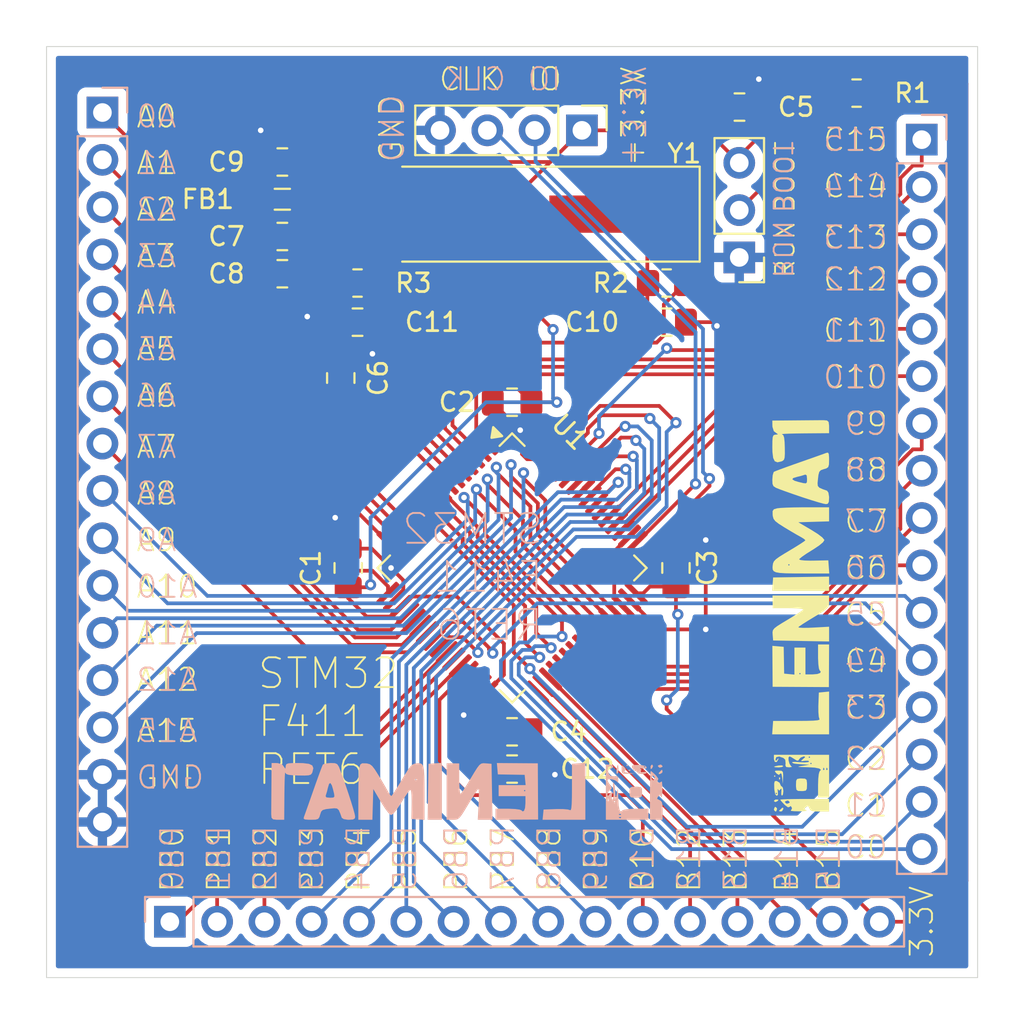
<source format=kicad_pcb>
(kicad_pcb (version 20240108) (generator "pcbnew") (generator_version "8.0")
  (layers (0 "F.Cu" signal) (31 "B.Cu" signal) (34 "B.Paste" user) (35 "F.Paste" user) (36 "B.SilkS" user "B.Silkscreen") (37 "F.SilkS" user "F.Silkscreen") (38 "B.Mask" user) (39 "F.Mask" user) (44 "Edge.Cuts" user))
  (net 0 "")
  (net 1 "GNDREF")
  (net 2 "+3.3V")
  (net 3 "/NRST")
  (net 4 "+3.3VA")
  (net 5 "Net-(C10-Pad1)")
  (net 6 "Net-(C11-Pad1)")
  (net 7 "/VCap")
  (net 8 "/BOOT0")
  (net 9 "/SWD_CLK")
  (net 10 "/SWD_IO")
  (net 11 "/BOOT0_MCU")
  (net 12 "/HSC_IN")
  (net 13 "/HSC_OUT")
  (net 15 "/PC9")
  (net 16 "/PC13")
  (net 17 "/PC1")
  (net 18 "/PC12")
  (net 19 "/PC10")
  (net 20 "/PC2")
  (net 21 "/PC3")
  (net 22 "/PC0")
  (net 23 "/PC11")
  (net 24 "/PC14")
  (net 25 "/PC5")
  (net 26 "/PC8")
  (net 27 "/PC15")
  (net 28 "/PC4")
  (net 29 "/PC7")
  (net 30 "/PC6")
  (net 31 "/PA6")
  (net 32 "/PA8")
  (net 33 "/PA3")
  (net 34 "/PA12")
  (net 35 "/PA7")
  (net 36 "/PA10")
  (net 37 "/PA2")
  (net 38 "/PA1")
  (net 39 "/PA15")
  (net 40 "/PA5")
  (net 41 "/PA11")
  (net 42 "/PA4")
  (net 43 "/PA9")
  (net 44 "/PA0")
  (net 45 "/PB15")
  (net 46 "/PB13")
  (net 47 "/PB2")
  (net 48 "/PB9")
  (net 49 "/PB10")
  (net 50 "/PB0")
  (net 51 "/PB8")
  (net 52 "/PB12")
  (net 53 "/PB3")
  (net 54 "/PB14")
  (net 55 "/PB1")
  (net 56 "/PB5")
  (net 57 "/PB6")
  (net 58 "/PB4")
  (net 59 "/PB7")
  (footprint "Capacitor_SMD:C_0805_2012Metric_Pad1.18x1.45mm_HandSolder" (layer "F.Cu") (at 83.8 78 -90)
    (property "Reference" "C3")
    (property "Value" "100nF")
  )
  (footprint "Capacitor_SMD:C_0805_2012Metric_Pad1.18x1.45mm_HandSolder" (layer "F.Cu") (at 66.7 64.8)
    (property "Reference" "C11")
    (property "Value" "10pF")
  )
  (footprint "Capacitor_SMD:C_0805_2012Metric_Pad1.18x1.45mm_HandSolder" (layer "F.Cu") (at 87.2125 53.25 180)
    (property "Reference" "C5")
    (property "Value" "10uF")
  )
  (footprint "Capacitor_SMD:C_0805_2012Metric_Pad1.18x1.45mm_HandSolder" (layer "F.Cu") (at 75 88.8)
    (property "Reference" "C12")
    (property "Value" "2.2uF")
  )
  (footprint "Crystal:Crystal_SMD_HC49-SD_HandSoldering" (layer "F.Cu") (at 75 59 180)
    (property "Reference" "Y1")
    (property "Value" "20MHZ")
  )
  (footprint "Connector_PinHeader_2.54mm:PinHeader_1x03_P2.54mm_Vertical" (layer "F.Cu") (at 87.2 61.325 180)
    (property "Reference" "J1" (hide yes))
    (property "Value" "BOOT_RUN")
  )
  (footprint "Connector_PinHeader_2.54mm:PinHeader_1x04_P2.54mm_Vertical" (layer "F.Cu") (at 78.75 54.5 -90)
    (property "Reference" "J2" (hide yes))
    (property "Value" "Conn_01x04")
  )
  (footprint "Capacitor_SMD:C_0805_2012Metric_Pad1.18x1.45mm_HandSolder" (layer "F.Cu") (at 75 86.8 180)
    (property "Reference" "C4")
    (property "Value" "100nF")
  )
  (footprint "Capacitor_SMD:C_0805_2012Metric_Pad1.18x1.45mm_HandSolder" (layer "F.Cu") (at 83.3 64.8)
    (property "Reference" "C10")
    (property "Value" "10pF")
  )
  (footprint "Resistor_SMD:R_0805_2012Metric_Pad1.20x1.40mm_HandSolder" (layer "F.Cu") (at 93.5 52.5)
    (property "Reference" "R1")
    (property "Value" "10K")
  )
  (footprint "Resistor_SMD:R_0805_2012Metric_Pad1.20x1.40mm_HandSolder" (layer "F.Cu") (at 83.3 62.7)
    (property "Reference" "R2")
    (property "Value" "10R")
  )
  (footprint "Capacitor_SMD:C_0805_2012Metric_Pad1.18x1.45mm_HandSolder" (layer "F.Cu") (at 75 69.1)
    (property "Reference" "C2")
    (property "Value" "100nF")
  )
  (footprint "Capacitor_SMD:C_0805_2012Metric_Pad1.18x1.45mm_HandSolder" (layer "F.Cu") (at 62.6625 56.2)
    (property "Reference" "C9")
    (property "Value" "1uF")
  )
  (footprint "Capacitor_SMD:C_0805_2012Metric_Pad1.18x1.45mm_HandSolder" (layer "F.Cu") (at 62.6625 62.2 180)
    (property "Reference" "C8")
    (property "Value" "1uF")
  )
  (footprint "Capacitor_SMD:C_0805_2012Metric_Pad1.18x1.45mm_HandSolder" (layer "F.Cu") (at 66.2 78 -90)
    (property "Reference" "C1")
    (property "Value" "100nF")
  )
  (footprint "Inductor_SMD:L_0805_2012Metric_Pad1.05x1.20mm_HandSolder" (layer "F.Cu") (at 62.6625 58.2)
    (property "Reference" "FB1")
    (property "Value" "120R")
  )
  (footprint "Package_QFP:LQFP-64_10x10mm_P0.5mm" (layer "F.Cu") (at 75 78 -45)
    (property "Reference" "U1")
    (property "Value" "STM32F411RETx")
  )
  (footprint "Resistor_SMD:R_0805_2012Metric_Pad1.20x1.40mm_HandSolder" (layer "F.Cu") (at 66.7 62.7)
    (property "Reference" "R3")
    (property "Value" "10R")
  )
  (footprint "Capacitor_SMD:C_0805_2012Metric_Pad1.18x1.45mm_HandSolder" (layer "F.Cu") (at 65.8 67.8 90)
    (property "Reference" "C6")
    (property "Value" "100nF")
  )
  (footprint "Synth:lenimal_logo_full" (layer "F.Cu") (at 90.5 80.5 90)
    (property "Reference" "G***" (hide yes))
    (property "Value" "LOGO" (hide yes))
  )
  (footprint "Capacitor_SMD:C_0805_2012Metric_Pad1.18x1.45mm_HandSolder" (layer "F.Cu") (at 62.6625 60.2 180)
    (property "Reference" "C7")
    (property "Value" "10nF")
  )
  (footprint "Connector_PinHeader_2.54mm:PinHeader_1x16_P2.54mm_Vertical" (layer "B.Cu") (at 56.62 97 -90)
    (property "Reference" "J5" (hide yes))
    (property "Value" "Conn_01x16")
  )
  (footprint "Connector_PinHeader_2.54mm:PinHeader_1x16_P2.54mm_Vertical" (layer "B.Cu") (at 53 53.543161 180)
    (property "Reference" "J4" (hide yes))
    (property "Value" "Conn_01x16")
  )
  (footprint "Synth:lenimal_logo_full" (layer "B.Cu") (at 72.5 90 180)
    (property "Reference" "G***" (hide yes))
    (property "Value" "LOGO" (hide yes))
  )
  (footprint "Connector_PinHeader_2.54mm:PinHeader_1x16_P2.54mm_Vertical" (layer "B.Cu") (at 97 55 180)
    (property "Reference" "J3" (hide yes))
    (property "Value" "Conn_01x16")
  )
  (gr_rect (start 50 50) (end 100 100) (stroke (width 0.05)) (fill none) (layer "Edge.Cuts"))
  (gr_text "A1" (at 54.75 56.25 -0) (layer "B.SilkS") (effects (font (size 1.2 1.2) (thickness 0.1)) (justify right mirror)))
  (gr_text "PB8" (at 77 91.75 90) (layer "B.SilkS") (effects (font (size 1.2 1.2) (thickness 0.1)) (justify left mirror)))
  (gr_text "GND" (at 54.75 89.25 -0) (layer "B.SilkS") (effects (font (size 1.2 1.2) (thickness 0.1)) (justify right mirror)))
  (gr_text "CLK" (at 71.25 51.75 -0) (layer "B.SilkS") (effects (font (size 1.2 1.2) (thickness 0.1)) (justify right mirror)))
  (gr_text "PB2" (at 61.75 91.75 90) (layer "B.SilkS") (effects (font (size 1.2 1.2) (thickness 0.1)) (justify left mirror)))
  (gr_text "A10" (at 54.75 79 -0) (layer "B.SilkS") (effects (font (size 1.2 1.2) (thickness 0.1)) (justify right mirror)))
  (gr_text "PB3" (at 64.25 91.75 90) (layer "B.SilkS") (effects (font (size 1.2 1.2) (thickness 0.1)) (justify left mirror)))
  (gr_text "A3" (at 54.75 61.25 -0) (layer "B.SilkS") (effects (font (size 1.2 1.2) (thickness 0.1)) (justify right mirror)))
  (gr_text "C5" (at 95.25 80.5 -0) (layer "B.SilkS") (effects (font (size 1.2 1.2) (thickness 0.1)) (justify left mirror)))
  (gr_text "C14" (at 95.25 57.5 -0) (layer "B.SilkS") (effects (font (size 1.2 1.2) (thickness 0.1)) (justify left mirror)))
  (gr_text "C11" (at 95.25 65.25 -0) (layer "B.SilkS") (effects (font (size 1.2 1.2) (thickness 0.1)) (justify left mirror)))
  (gr_text "PB9" (at 79.5 91.75 90) (layer "B.SilkS") (effects (font (size 1.2 1.2) (thickness 0.1)) (justify left mirror)))
  (gr_text "C12" (at 95.25 62.5 -0) (layer "B.SilkS") (effects (font (size 1.2 1.2) (thickness 0.1)) (justify left mirror)))
  (gr_text "C3" (at 95.25 85.5 -0) (layer "B.SilkS") (effects (font (size 1.2 1.2) (thickness 0.1)) (justify left mirror)))
  (gr_text "PB6" (at 72 91.75 90) (layer "B.SilkS") (effects (font (size 1.2 1.2) (thickness 0.1)) (justify left mirror)))
  (gr_text "+3.3V" (at 81.5 51 -90) (layer "B.SilkS") (effects (font (size 1.2 1.2) (thickness 0.1)) (justify right mirror)))
  (gr_text "B10" (at 82 91.75 90) (layer "B.SilkS") (effects (font (size 1.2 1.2) (thickness 0.1)) (justify left mirror)))
  (gr_text "C8" (at 95.25 72.75 -0) (layer "B.SilkS") (effects (font (size 1.2 1.2) (thickness 0.1)) (justify left mirror)))
  (gr_text "B13" (at 87 91.75 90) (layer "B.SilkS") (effects (font (size 1.2 1.2) (thickness 0.1)) (justify left mirror)))
  (gr_text "STM32\nF411\nRET6" (at 76.75 82 -0) (layer "B.SilkS") (effects (font (size 1.6 1.6) (thickness 0.1)) (justify left bottom mirror)))
  (gr_text "C10" (at 95.25 67.75 -0) (layer "B.SilkS") (effects (font (size 1.2 1.2) (thickness 0.1)) (justify left mirror)))
  (gr_text "A8" (at 54.75 74 -0) (layer "B.SilkS") (effects (font (size 1.2 1.2) (thickness 0.1)) (justify right mirror)))
  (gr_text "IO" (at 75.75 51.75 -0) (layer "B.SilkS") (effects (font (size 1.2 1.2) (thickness 0.1)) (justify right mirror)))
  (gr_text "C2" (at 95.25 88.25 -0) (layer "B.SilkS") (effects (font (size 1.2 1.2) (thickness 0.1)) (justify left mirror)))
  (gr_text "B15" (at 92 91.75 90) (layer "B.SilkS") (effects (font (size 1.2 1.2) (thickness 0.1)) (justify left mirror)))
  (gr_text "A12" (at 54.75 84 -0) (layer "B.SilkS") (effects (font (size 1.2 1.2) (thickness 0.1)) (justify right mirror)))
  (gr_text "B14" (at 89.75 91.75 90) (layer "B.SilkS") (effects (font (size 1.2 1.2) (thickness 0.1)) (justify left mirror)))
  (gr_text "A11" (at 54.75 81.5 -0) (layer "B.SilkS") (effects (font (size 1.2 1.2) (thickness 0.1)) (justify right mirror)))
  (gr_text "C13" (at 95.25 60.25 -0) (layer "B.SilkS") (effects (font (size 1.2 1.2) (thickness 0.1)) (justify left mirror)))
  (gr_text "PB4" (at 66.75 91.75 90) (layer "B.SilkS") (effects (font (size 1.2 1.2) (thickness 0.1)) (justify left mirror)))
  (gr_text "RUN" (at 88.921 62.5 -90) (layer "B.SilkS") (effects (font (size 1 1) (thickness 0.1)) (justify left bottom mirror)))
  (gr_text "A4" (at 54.75 63.75 -0) (layer "B.SilkS") (effects (font (size 1.2 1.2) (thickness 0.1)) (justify right mirror)))
  (gr_text "PB0" (at 56.75 91.75 90) (layer "B.SilkS") (effects (font (size 1.2 1.2) (thickness 0.1)) (justify left mirror)))
  (gr_text "A5" (at 54.75 66.25 -0) (layer "B.SilkS") (effects (font (size 1.2 1.2) (thickness 0.1)) (justify right mirror)))
  (gr_text "C6" (at 95.25 78 -0) (layer "B.SilkS") (effects (font (size 1.2 1.2) (thickness 0.1)) (justify left mirror)))
  (gr_text "C9" (at 95.25 70.25 -0) (layer "B.SilkS") (effects (font (size 1.2 1.2) (thickness 0.1)) (justify left mirror)))
  (gr_text "PB5" (at 69.25 91.75 90) (layer "B.SilkS") (effects (font (size 1.2 1.2) (thickness 0.1)) (justify left mirror)))
  (gr_text "A6" (at 54.75 68.75 -0) (layer "B.SilkS") (effects (font (size 1.2 1.2) (thickness 0.1)) (justify right mirror)))
  (gr_text "A15" (at 54.75 86.75 -0) (layer "B.SilkS") (effects (font (size 1.2 1.2) (thickness 0.1)) (justify right mirror)))
  (gr_text "C7" (at 95.25 75.5 -0) (layer "B.SilkS") (effects (font (size 1.2 1.2) (thickness 0.1)) (justify left mirror)))
  (gr_text "GND" (at 68.5 52.5 -90) (layer "B.SilkS") (effects (font (size 1.2 1.2) (thickness 0.1)) (justify right mirror)))
  (gr_text "A7" (at 54.75 71.5 -0) (layer "B.SilkS") (effects (font (size 1.2 1.2) (thickness 0.1)) (justify right mirror)))
  (gr_text "A0" (at 54.75 53.75 -0) (layer "B.SilkS") (effects (font (size 1.2 1.2) (thickness 0.1)) (justify right mirror)))
  (gr_text "C1" (at 95.25 90.75 -0) (layer "B.SilkS") (effects (font (size 1.2 1.2) (thickness 0.1)) (justify left mirror)))
  (gr_text "C4" (at 95.25 83 -0) (layer "B.SilkS") (effects (font (size 1.2 1.2) (thickness 0.1)) (justify left mirror)))
  (gr_text "BOOT" (at 88.921 59 -90) (layer "B.SilkS") (effects (font (size 1 1) (thickness 0.1)) (justify left bottom mirror)))
  (gr_text "PB7" (at 74.5 91.75 90) (layer "B.SilkS") (effects (font (size 1.2 1.2) (thickness 0.1)) (justify left mirror)))
  (gr_text "C0" (at 95.25 93 -0) (layer "B.SilkS") (effects (font (size 1.2 1.2) (thickness 0.1)) (justify left mirror)))
  (gr_text "C15" (at 95.25 55 -0) (layer "B.SilkS") (effects (font (size 1.2 1.2) (thickness 0.1)) (justify left mirror)))
  (gr_text "B12" (at 84.5 91.75 90) (layer "B.SilkS") (effects (font (size 1.2 1.2) (thickness 0.1)) (justify left mirror)))
  (gr_text "A2" (at 54.75 58.75 -0) (layer "B.SilkS") (effects (font (size 1.2 1.2) (thickness 0.1)) (justify right mirror)))
  (gr_text "A9" (at 54.75 76.5 -0) (layer "B.SilkS") (effects (font (size 1.2 1.2) (thickness 0.1)) (justify right mirror)))
  (gr_text "PB1" (at 59.25 91.75 90) (layer "B.SilkS") (effects (font (size 1.2 1.2) (thickness 0.1)) (justify left mirror)))
  (gr_text "A2" (at 54.75 58.75 0) (layer "F.SilkS") (effects (font (size 1.2 1.2) (thickness 0.1)) (justify left)))
  (gr_text "CLK" (at 74.5 51.75 0) (layer "F.SilkS") (effects (font (size 1.2 1.2) (thickness 0.1)) (justify right)))
  (gr_text "C2" (at 95.25 88.25 0) (layer "F.SilkS") (effects (font (size 1.2 1.2) (thickness 0.1)) (justify right)))
  (gr_text "PB3" (at 64.25 95.5 90) (layer "F.SilkS") (effects (font (size 1.2 1.2) (thickness 0.1)) (justify left)))
  (gr_text "PB2" (at 61.75 95.5 90) (layer "F.SilkS") (effects (font (size 1.2 1.2) (thickness 0.1)) (justify left)))
  (gr_text "A10" (at 54.75 79 0) (layer "F.SilkS") (effects (font (size 1.2 1.2) (thickness 0.1)) (justify left)))
  (gr_text "PB6" (at 72 95.5 90) (layer "F.SilkS") (effects (font (size 1.2 1.2) (thickness 0.1)) (justify left)))
  (gr_text "C7" (at 95.25 75.5 0) (layer "F.SilkS") (effects (font (size 1.2 1.2) (thickness 0.1)) (justify right)))
  (gr_text "PB0" (at 56.75 95.5 90) (layer "F.SilkS") (effects (font (size 1.2 1.2) (thickness 0.1)) (justify left)))
  (gr_text "A9" (at 54.75 76.5 0) (layer "F.SilkS") (effects (font (size 1.2 1.2) (thickness 0.1)) (justify left)))
  (gr_text "GND" (at 54.75 89.25 0) (layer "F.SilkS") (effects (font (size 1.2 1.2) (thickness 0.1)) (justify left)))
  (gr_text "C4" (at 95.25 83 0) (layer "F.SilkS") (effects (font (size 1.2 1.2) (thickness 0.1)) (justify right)))
  (gr_text "C8" (at 95.25 72.75 0) (layer "F.SilkS") (effects (font (size 1.2 1.2) (thickness 0.1)) (justify right)))
  (gr_text "PB1" (at 59.25 95.5 90) (layer "F.SilkS") (effects (font (size 1.2 1.2) (thickness 0.1)) (justify left)))
  (gr_text "GND" (at 68.5 52.5 90) (layer "F.SilkS") (effects (font (size 1.2 1.2) (thickness 0.1)) (justify right)))
  (gr_text "C1" (at 95.25 90.75 0) (layer "F.SilkS") (effects (font (size 1.2 1.2) (thickness 0.1)) (justify right)))
  (gr_text "BOOT" (at 90.25 59 90) (layer "F.SilkS") (effects (font (size 1 1) (thickness 0.1)) (justify left bottom)))
  (gr_text "PB9" (at 79.5 95.5 90) (layer "F.SilkS") (effects (font (size 1.2 1.2) (thickness 0.1)) (justify left)))
  (gr_text "+3.3V" (at 81.5 51 90) (layer "F.SilkS") (effects (font (size 1.2 1.2) (thickness 0.1)) (justify right)))
  (gr_text "A3" (at 54.75 61.25 0) (layer "F.SilkS") (effects (font (size 1.2 1.2) (thickness 0.1)) (justify left)))
  (gr_text "C5" (at 95.25 80.5 0) (layer "F.SilkS") (effects (font (size 1.2 1.2) (thickness 0.1)) (justify right)))
  (gr_text "B13" (at 87 95.5 90) (layer "F.SilkS") (effects (font (size 1.2 1.2) (thickness 0.1)) (justify left)))
  (gr_text "C9" (at 95.25 70.25 0) (layer "F.SilkS") (effects (font (size 1.2 1.2) (thickness 0.1)) (justify right)))
  (gr_text "C11" (at 95.25 65.25 0) (layer "F.SilkS") (effects (font (size 1.2 1.2) (thickness 0.1)) (justify right)))
  (gr_text "RUN" (at 90.25 62.5 90) (layer "F.SilkS") (effects (font (size 1 1) (thickness 0.1)) (justify left bottom)))
  (gr_text "A8" (at 54.75 74 0) (layer "F.SilkS") (effects (font (size 1.2 1.2) (thickness 0.1)) (justify left)))
  (gr_text "C0" (at 95.25 93 0) (layer "F.SilkS") (effects (font (size 1.2 1.2) (thickness 0.1)) (justify right)))
  (gr_text "B15" (at 92 95.5 90) (layer "F.SilkS") (effects (font (size 1.2 1.2) (thickness 0.1)) (justify left)))
  (gr_text "C12" (at 95.25 62.5 0) (layer "F.SilkS") (effects (font (size 1.2 1.2) (thickness 0.1)) (justify right)))
  (gr_text "A0" (at 54.75 53.75 0) (layer "F.SilkS") (effects (font (size 1.2 1.2) (thickness 0.1)) (justify left)))
  (gr_text "B10" (at 82 95.5 90) (layer "F.SilkS") (effects (font (size 1.2 1.2) (thickness 0.1)) (justify left)))
  (gr_text "A11" (at 54.75 81.5 0) (layer "F.SilkS") (effects (font (size 1.2 1.2) (thickness 0.1)) (justify left)))
  (gr_text "A6" (at 54.75 68.75 0) (layer "F.SilkS") (effects (font (size 1.2 1.2) (thickness 0.1)) (justify left)))
  (gr_text "C13" (at 95.25 60.25 0) (layer "F.SilkS") (effects (font (size 1.2 1.2) (thickness 0.1)) (justify right)))
  (gr_text "C14" (at 95.25 57.5 0) (layer "F.SilkS") (effects (font (size 1.2 1.2) (thickness 0.1)) (justify right)))
  (gr_text "C10" (at 95.25 67.75 0) (layer "F.SilkS") (effects (font (size 1.2 1.2) (thickness 0.1)) (justify right)))
  (gr_text "PB4" (at 66.75 95.5 90) (layer "F.SilkS") (effects (font (size 1.2 1.2) (thickness 0.1)) (justify left)))
  (gr_text "A4" (at 54.75 63.75 0) (layer "F.SilkS") (effects (font (size 1.2 1.2) (thickness 0.1)) (justify left)))
  (gr_text "PB7" (at 74.5 95.5 90) (layer "F.SilkS") (effects (font (size 1.2 1.2) (thickness 0.1)) (justify left)))
  (gr_text "PB5" (at 69.25 95.5 90) (layer "F.SilkS") (effects (font (size 1.2 1.2) (thickness 0.1)) (justify left)))
  (gr_text "PB8" (at 77 95.5 90) (layer "F.SilkS") (effects (font (size 1.2 1.2) (thickness 0.1)) (justify left)))
  (gr_text "C15" (at 95.25 55 0) (layer "F.SilkS") (effects (font (size 1.2 1.2) (thickness 0.1)) (justify right)))
  (gr_text "A1" (at 54.75 56.25 0) (layer "F.SilkS") (effects (font (size 1.2 1.2) (thickness 0.1)) (justify left)))
  (gr_text "C3" (at 95.25 85.5 0) (layer "F.SilkS") (effects (font (size 1.2 1.2) (thickness 0.1)) (justify right)))
  (gr_text "B14" (at 89.75 95.5 90) (layer "F.SilkS") (effects (font (size 1.2 1.2) (thickness 0.1)) (justify left)))
  (gr_text "A12" (at 54.75 84 0) (layer "F.SilkS") (effects (font (size 1.2 1.2) (thickness 0.1)) (justify left)))
  (gr_text "IO" (at 77.75 51.75 0) (layer "F.SilkS") (effects (font (size 1.2 1.2) (thickness 0.1)) (justify right)))
  (gr_text "B12" (at 84.5 95.5 90) (layer "F.SilkS") (effects (font (size 1.2 1.2) (thickness 0.1)) (justify left)))
  (gr_text "A15" (at 54.75 86.75 0) (layer "F.SilkS") (effects (font (size 1.2 1.2) (thickness 0.1)) (justify left)))
  (gr_text "A5" (at 54.75 66.25 0) (layer "F.SilkS") (effects (font (size 1.2 1.2) (thickness 0.1)) (justify left)))
  (gr_text "STM32\nF411\nRET6" (at 61.25 89.75 0) (layer "F.SilkS") (effects (font (size 1.6 1.6) (thickness 0.1)) (justify left bottom)))
  (gr_text "3.3V" (at 97 97 90) (layer "F.SilkS") (effects (font (size 1.2 1.2) (thickness 0.1))))
  (gr_text "A7" (at 54.75 71.5 0) (layer "F.SilkS") (effects (font (size 1.2 1.2) (thickness 0.1)) (justify left)))
  (gr_text "C6" (at 95.25 78 0) (layer "F.SilkS") (effects (font (size 1.2 1.2) (thickness 0.1)) (justify right)))
  (segment (start 70.220656 76.279344) (end 68.5 78) (width 0.2) (layer "F.Cu") (net 1))
  (segment (start 75.625661 70.6) (end 75.536703 70.688958) (width 0.2) (layer "F.Cu") (net 1))
  (segment (start 68.689072 79.714733) (end 69.159996 79.243809) (width 0.2) (layer "F.Cu") (net 1))
  (segment (start 63.7 64.2) (end 64 64.5) (width 0.2) (layer "F.Cu") (net 1))
  (segment (start 72.4 85.196195) (end 72.4 85.9) (width 0.2) (layer "F.Cu") (net 1))
  (segment (start 62.3375 58.8375) (end 63.7 60.2) (width 0.2) (layer "F.Cu") (net 1))
  (segment (start 66.2 76.9625) (end 67.4625 76.9625) (width 0.2) (layer "F.Cu") (net 1))
  (segment (start 61.625 56.2) (end 61.625 54.625) (width 0.2) (layer "F.Cu") (net 1))
  (segment (start 84.3375 64.8) (end 85.8 64.8) (width 0.2) (layer "F.Cu") (net 1))
  (segment (start 75.806797 72.159996) (end 76.243809 72.159996) (width 0.2) (layer "F.Cu") (net 1))
  (segment (start 67.7375 66.2625) (end 67.5 66.5) (width 0.2) (layer "F.Cu") (net 1))
  (segment (start 75.536703 71.889902) (end 75.806797 72.159996) (width 0.2) (layer "F.Cu") (net 1))
  (segment (start 73.9625 69.125) (end 73.9625 69.1) (width 0.2) (layer "F.Cu") (net 1))
  (segment (start 77 88.8) (end 77.3 89.1) (width 0.2) (layer "F.Cu") (net 1))
  (segment (start 75.4375 70.6) (end 75.625661 70.6) (width 0.2) (layer "F.Cu") (net 1))
  (segment (start 75.536703 70.688958) (end 75.536703 71.889902) (width 0.2) (layer "F.Cu") (net 1))
  (segment (start 66.2 76) (end 65.5 75.3) (width 0.2) (layer "F.Cu") (net 1))
  (segment (start 84.9375 76.9625) (end 85.4 76.5) (width 0.2) (layer "F.Cu") (net 1))
  (segment (start 83.8 76.9625) (end 84.9375 76.9625) (width 0.2) (layer "F.Cu") (net 1))
  (segment (start 61.625 54.625) (end 61.5 54.5) (width 0.2) (layer "F.Cu") (net 1))
  (segment (start 75.4375 70.6) (end 73.9625 69.125) (width 0.2) (layer "F.Cu") (net 1))
  (segment (start 61.625 56.2) (end 62.3375 56.9125) (width 0.2) (layer "F.Cu") (net 1))
  (segment (start 85.4 81.3) (end 82.896195 81.3) (width 0.2) (layer "F.Cu") (net 1))
  (segment (start 82.896195 81.3) (end 81.310928 79.714733) (width 0.2) (layer "F.Cu") (net 1))
  (segment (start 67.7375 64.8) (end 67.7375 66.2625) (width 0.2) (layer "F.Cu") (net 1))
  (segment (start 62.3375 56.9125) (end 62.3375 58.8375) (width 0.2) (layer "F.Cu") (net 1))
  (segment (start 65.8 66.7625) (end 67.2375 66.7625) (width 0.2) (layer "F.Cu") (net 1))
  (segment (start 66.2 76.9625) (end 66.2 76) (width 0.2) (layer "F.Cu") (net 1))
  (segment (start 69.159996 79.243809) (end 69.159996 78.659996) (width 0.2) (layer "F.Cu") (net 1))
  (segment (start 73.285267 84.310928) (end 72.4 85.196195) (width 0.2) (layer "F.Cu") (net 1))
  (segment (start 63.7 62.2) (end 63.7 64.2) (width 0.2) (layer "F.Cu") (net 1))
  (segment (start 76.0375 88.8) (end 77 88.8) (width 0.2) (layer "F.Cu") (net 1))
  (segment (start 85.4 81.3) (end 85.4 76.5) (width 0.2) (layer "F.Cu") (net 1))
  (segment (start 85.8 64.8) (end 86 65) (width 0.2) (layer "F.Cu") (net 1))
  (segment (start 67.4625 76.9625) (end 68.5 78) (width 0.2) (layer "F.Cu") (net 1))
  (segment (start 70.220656 75.695529) (end 70.220656 76.279344) (width 0.2) (layer "F.Cu") (net 1))
  (segment (start 76.243809 72.159996) (end 76.714733 71.689072) (width 0.2) (layer "F.Cu") (net 1))
  (segment (start 88.25 53.25) (end 88.25 51.75) (width 0.2) (layer "F.Cu") (net 1))
  (segment (start 69.749733 75.224606) (end 70.220656 75.695529) (width 0.2) (layer "F.Cu") (net 1))
  (segment (start 63.7 60.2) (end 63.7 62.2) (width 0.2) (layer "F.Cu") (net 1))
  (segment (start 69.159996 78.659996) (end 68.5 78) (width 0.2) (layer "F.Cu") (net 1))
  (segment (start 76.0375 88.8) (end 76.0375 86.8) (width 0.2) (layer "F.Cu") (net 1))
  (segment (start 67.2375 66.7625) (end 67.5 66.5) (width 0.2) (layer "F.Cu") (net 1))
  (via (at 75.4375 70.6) (size 0.6) (drill 0.3) (layers "F.Cu" "B.Cu") (net 1))
  (via (at 61.5 54.5) (size 0.6) (drill 0.3) (layers "F.Cu" "B.Cu") (net 1))
  (via (at 86 65) (size 0.6) (drill 0.3) (layers "F.Cu" "B.Cu") (net 1))
  (via (at 68.5 78) (size 0.6) (drill 0.3) (layers "F.Cu" "B.Cu") (net 1))
  (via (at 67.5 66.5) (size 0.6) (drill 0.3) (layers "F.Cu" "B.Cu") (net 1))
  (via (at 65.5 75.3) (size 0.6) (drill 0.3) (layers "F.Cu" "B.Cu") (net 1))
  (via (at 77.3 89.1) (size 0.6) (drill 0.3) (layers "F.Cu" "B.Cu") (net 1))
  (via (at 85.4 81.3) (size 0.6) (drill 0.3) (layers "F.Cu" "B.Cu") (net 1))
  (via (at 88.25 51.75) (size 0.6) (drill 0.3) (layers "F.Cu" "B.Cu") (net 1))
  (via (at 64 64.5) (size 0.6) (drill 0.3) (layers "F.Cu" "B.Cu") (net 1))
  (via (at 72.4 85.9) (size 0.6) (drill 0.3) (layers "F.Cu" "B.Cu") (net 1))
  (via (at 85.4 76.5) (size 0.6) (drill 0.3) (layers "F.Cu" "B.Cu") (net 1))
  (segment (start 87.2 56.245) (end 87.2 55.8975) (width 0.2) (layer "F.Cu") (net 2))
  (segment (start 82.03882 79.36118) (end 82.4 79) (width 0.2) (layer "F.Cu") (net 2))
  (segment (start 73.075 68.390256) (end 73.465256 68) (width 0.2) (layer "F.Cu") (net 2))
  (segment (start 78.75 54.5) (end 83.175 54.5) (width 0.2) (layer "F.Cu") (net 2))
  (segment (start 83.175 54.5) (end 84.425 53.25) (width 0.2) (layer "F.Cu") (net 2))
  (segment (start 67.2625 79.0375) (end 66.2 79.0375) (width 0.2) (layer "F.Cu") (net 2))
  (segment (start 66.2 79.0375) (end 66.2 79.625) (width 0.2) (layer "F.Cu") (net 2))
  (segment (start 75.5 57.75) (end 75.5 63.5) (width 0.2) (layer "F.Cu") (net 2))
  (segment (start 74.561328 83.741973) (end 74.561328 82.061328) (width 0.2) (layer "F.Cu") (net 2))
  (segment (start 77.05 56.2) (end 63.7 56.2) (width 0.2) (layer "F.Cu") (net 2))
  (segment (start 86.175 53.25) (end 86.175 55.22) (width 0.2) (layer "F.Cu") (net 2))
  (segment (start 76.0375 69.1) (end 76.0375 71.011839) (width 0.2) (layer "F.Cu") (net 2))
  (segment (start 99.4 52) (end 99.4 94.8) (width 0.2) (layer "F.Cu") (net 2))
  (segment (start 82.4 79) (end 83.7625 79) (width 0.2) (layer "F.Cu") (net 2))
  (segment (start 76.0375 71.011839) (end 76.36118 71.335519) (width 0.2) (layer "F.Cu") (net 2))
  (segment (start 73.9625 84.988161) (end 73.63882 84.664481) (width 0.2) (layer "F.Cu") (net 2))
  (segment (start 83.7625 79) (end 83.8 79.0375) (width 0.2) (layer "F.Cu") (net 2))
  (segment (start 72.034746 79.534746) (end 69.576167 79.534746) (width 0.2) (layer "F.Cu") (net 2))
  (segment (start 83.3 85.1) (end 83.3 85.58) (width 0.2) (layer "F.Cu") (net 2))
  (segment (start 91.8975 51.2) (end 98.6 51.2) (width 0.2) (layer "F.Cu") (net 2))
  (segment (start 77.05 56.2) (end 75.5 57.75) (width 0.2) (layer "F.Cu") (net 2))
  (segment (start 81.664481 79.36118) (end 82.03882 79.36118) (width 0.2) (layer "F.Cu") (net 2))
  (segment (start 63.7 56.2) (end 63.7 58.0875) (width 0.2) (layer "F.Cu") (net 2))
  (segment (start 87.2 55.8975) (end 91.8975 51.2) (width 0.2) (layer "F.Cu") (net 2))
  (segment (start 69.576167 79.534746) (end 69.042626 80.068287) (width 0.2) (layer "F.Cu") (net 2))
  (segment (start 78.75 54.5) (end 77.05 56.2) (width 0.2) (layer "F.Cu") (net 2))
  (segment (start 73.9625 86.8) (end 73.9625 84.988161) (width 0.2) (layer "F.Cu") (net 2))
  (segment (start 83.8 79.0375) (end 83.8 80.4) (width 0.2) (layer "F.Cu") (net 2))
  (segment (start 99.4 94.8) (end 97.2 97) (width 0.2) (layer "F.Cu") (net 2))
  (segment (start 73.075 70.771699) (end 73.075 68.390256) (width 0.2) (layer "F.Cu") (net 2))
  (segment (start 73.63882 71.335519) (end 73.075 70.771699) (width 0.2) (layer "F.Cu") (net 2))
  (segment (start 84.425 53.25) (end 86.175 53.25) (width 0.2) (layer "F.Cu") (net 2))
  (segment (start 83.3 85.58) (end 94.72 97) (width 0.2) (layer "F.Cu") (net 2))
  (segment (start 63.7 58.0875) (end 63.8125 58.2) (width 0.2) (layer "F.Cu") (net 2))
  (segment (start 67.186521 80.611521) (end 68.499392 80.611521) (width 0.2) (layer "F.Cu") (net 2))
  (segment (start 66.2 79.625) (end 67.186521 80.611521) (width 0.2) (layer "F.Cu") (net 2))
  (segment (start 86.175 55.22) (end 87.2 56.245) (width 0.2) (layer "F.Cu") (net 2))
  (segment (start 75.5 63.5) (end 77.2 65.2) (width 0.2) (layer "F.Cu") (net 2))
  (segment (start 98.6 51.2) (end 99.4 52) (width 0.2) (layer "F.Cu") (net 2))
  (segment (start 76.0375 69.1) (end 77.4 69.1) (width 0.2) (layer "F.Cu") (net 2))
  (segment (start 83.8 80.4) (end 83.9 80.5) (width 0.2) (layer "F.Cu") (net 2))
  (segment (start 73.63882 84.664481) (end 74.561328 83.741973) (width 0.2) (layer "F.Cu") (net 2))
  (segment (start 68.499392 80.611521) (end 69.042626 80.068287) (width 0.2) (layer "F.Cu") (net 2))
  (segment (start 74.9375 68) (end 76.0375 69.1) (width 0.2) (layer "F.Cu") (net 2))
  (segment (start 73.465256 68) (end 74.9375 68) (width 0.2) (layer "F.Cu") (net 2))
  (segment (start 97.2 97) (end 94.72 97) (width 0.2) (layer "F.Cu") (net 2))
  (segment (start 67.4 78.9) (end 67.2625 79.0375) (width 0.2) (layer "F.Cu") (net 2))
  (segment (start 74.561328 82.061328) (end 72.034746 79.534746) (width 0.2) (layer "F.Cu") (net 2))
  (via (at 83.3 85.1) (size 0.6) (drill 0.3) (layers "F.Cu" "B.Cu") (net 2))
  (via (at 77.4 69.1) (size 0.6) (drill 0.3) (layers "F.Cu" "B.Cu") (net 2))
  (via (at 67.4 78.9) (size 0.6) (drill 0.3) (layers "F.Cu" "B.Cu") (net 2))
  (via (at 77.2 65.2) (size 0.6) (drill 0.3) (layers "F.Cu" "B.Cu") (net 2))
  (via (at 83.9 80.5) (size 0.6) (drill 0.3) (layers "F.Cu" "B.Cu") (net 2))
  (segment (start 77.2 68.9) (end 77.2 65.2) (width 0.2) (layer "B.Cu") (net 2))
  (segment (start 77.4 69.1) (end 73.6 69.1) (width 0.2) (layer "B.Cu") (net 2))
  (segment (start 73.6 69.1) (end 67.4 75.3) (width 0.2) (layer "B.Cu") (net 2))
  (segment (start 67.4 75.3) (end 67.4 78.9) (width 0.2) (layer "B.Cu") (net 2))
  (segment (start 83.9 80.5) (end 83.9 84.5) (width 0.2) (layer "B.Cu") (net 2))
  (segment (start 83.9 84.5) (end 83.3 85.1) (width 0.2) (layer "B.Cu") (net 2))
  (segment (start 77.4 69.1) (end 77.2 68.9) (width 0.2) (layer "B.Cu") (net 2))
  (segment (start 66.898161 68.8375) (end 71.5175 73.456839) (width 0.2) (layer "F.Cu") (net 3))
  (segment (start 65.8 68.8375) (end 66.898161 68.8375) (width 0.2) (layer "F.Cu") (net 3))
  (segment (start 69.396179 75.57816) (end 61.625 67.806981) (width 0.2) (layer "F.Cu") (net 4))
  (segment (start 61.5125 58.2) (end 61.5125 62.0875) (width 0.2) (layer "F.Cu") (net 4))
  (segment (start 61.625 67.806981) (end 61.625 62.2) (width 0.2) (layer "F.Cu") (net 4))
  (segment (start 61.5125 62.0875) (end 61.625 62.2) (width 0.2) (layer "F.Cu") (net 4))
  (segment (start 82.2625 64.8) (end 82.2625 60.325) (width 0.2) (layer "F.Cu") (net 5))
  (segment (start 82.2625 60.325) (end 80.9375 59) (width 0.2) (layer "F.Cu") (net 5))
  (segment (start 65.6625 64.8) (end 65.6625 62.4) (width 0.2) (layer "F.Cu") (net 6))
  (segment (start 65.6625 62.4) (end 69.0625 59) (width 0.2) (layer "F.Cu") (net 6))
  (segment (start 72.931713 83.957374) (end 71.7 85.189087) (width 0.2) (layer "F.Cu") (net 7))
  (segment (start 73.1 88.8) (end 73.9625 88.8) (width 0.2) (layer "F.Cu") (net 7))
  (segment (start 71.7 87.4) (end 73.1 88.8) (width 0.2) (layer "F.Cu") (net 7))
  (segment (start 71.7 85.189087) (end 71.7 87.4) (width 0.2) (layer "F.Cu") (net 7))
  (segment (start 92.5 52.5) (end 92.5 53.485) (width 0.2) (layer "F.Cu") (net 8))
  (segment (start 92.5 53.485) (end 87.2 58.785) (width 0.2) (layer "F.Cu") (net 8))
  (segment (start 81.664481 76.63882) (end 81.698167 76.63882) (width 0.2) (layer "F.Cu") (net 9))
  (segment (start 81.698167 76.63882) (end 84.852348 73.484639) (width 0.2) (layer "F.Cu") (net 9))
  (via (at 84.852348 73.484639) (size 0.6) (drill 0.3) (layers "F.Cu" "B.Cu") (net 9))
  (segment (start 84.852348 73.484639) (end 84.852348 65.334429) (width 0.2) (layer "B.Cu") (net 9))
  (segment (start 74.017919 54.5) (end 73.67 54.5) (width 0.2) (layer "B.Cu") (net 9))
  (segment (start 84.852348 65.334429) (end 74.017919 54.5) (width 0.2) (layer "B.Cu") (net 9))
  (segment (start 82.775 76.390256) (end 83.090256 76.075) (width 0.2) (layer "F.Cu") (net 10))
  (segment (start 85.6 73.6) (end 85.6 73.2) (width 0.2) (layer "F.Cu") (net 10))
  (segment (start 80.486451 79.597364) (end 80.486451 78.713549) (width 0.2) (layer "F.Cu") (net 10))
  (segment (start 80.486451 78.713549) (end 82.775 76.425) (width 0.2) (layer "F.Cu") (net 10))
  (segment (start 83.090256 76.075) (end 83.125 76.075) (width 0.2) (layer "F.Cu") (net 10))
  (segment (start 82.775 76.425) (end 82.775 76.390256) (width 0.2) (layer "F.Cu") (net 10))
  (segment (start 80.957374 80.068287) (end 80.486451 79.597364) (width 0.2) (layer "F.Cu") (net 10))
  (segment (start 83.125 76.075) (end 85.6 73.6) (width 0.2) (layer "F.Cu") (net 10))
  (via (at 85.6 73.2) (size 0.6) (drill 0.3) (layers "F.Cu" "B.Cu") (net 10))
  (segment (start 85.6 73.2) (end 85.252348 72.852348) (width 0.2) (layer "B.Cu") (net 10))
  (segment (start 76.26 54.55) (end 76.21 54.5) (width 0.2) (layer "B.Cu") (net 10))
  (segment (start 85.252348 65.168743) (end 76.26 56.176395) (width 0.2) (layer "B.Cu") (net 10))
  (segment (start 76.26 56.176395) (end 76.26 54.55) (width 0.2) (layer "B.Cu") (net 10))
  (segment (start 85.252348 72.852348) (end 85.252348 65.168743) (width 0.2) (layer "B.Cu") (net 10))
  (segment (start 83.308271 66.2) (end 83.408271 66.3) (width 0.2) (layer "F.Cu") (net 11))
  (segment (start 86.912129 66.3) (end 94.5 58.712129) (width 0.2) (layer "F.Cu") (net 11))
  (segment (start 79.668628 70.856499) (end 77.775394 72.749733) (width 0.2) (layer "F.Cu") (net 11))
  (segment (start 83.408271 66.3) (end 86.912129 66.3) (width 0.2) (layer "F.Cu") (net 11))
  (segment (start 79.668628 70.768628) (end 79.668628 70.856499) (width 0.2) (layer "F.Cu") (net 11))
  (segment (start 94.5 58.712129) (end 94.5 52.5) (width 0.2) (layer "F.Cu") (net 11))
  (via (at 79.668628 70.768628) (size 0.6) (drill 0.3) (layers "F.Cu" "B.Cu") (net 11))
  (via (at 83.308271 66.2) (size 0.6) (drill 0.3) (layers "F.Cu" "B.Cu") (net 11))
  (segment (start 79.668628 70.768628) (end 79.668628 69.839643) (width 0.2) (layer "B.Cu") (net 11))
  (segment (start 79.668628 69.839643) (end 83.308271 66.2) (width 0.2) (layer "B.Cu") (net 11))
  (segment (start 82.759744 65.9) (end 71.3 65.9) (width 0.2) (layer "F.Cu") (net 12))
  (segment (start 84.3 62.7) (end 83.15 63.85) (width 0.2) (layer "F.Cu") (net 12))
  (segment (start 83.15 63.85) (end 83.15 65.509744) (width 0.2) (layer "F.Cu") (net 12))
  (segment (start 83.15 65.509744) (end 82.759744 65.9) (width 0.2) (layer "F.Cu") (net 12))
  (segment (start 71.3 65.9) (end 70.2 67) (width 0.2) (layer "F.Cu") (net 12))
  (segment (start 70.2 70.725127) (end 72.224606 72.749733) (width 0.2) (layer "F.Cu") (net 12))
  (segment (start 70.2 67) (end 70.2 70.725127) (width 0.2) (layer "F.Cu") (net 12))
  (segment (start 68.625 69.857233) (end 68.625 63.625) (width 0.2) (layer "F.Cu") (net 13))
  (segment (start 68.625 63.625) (end 67.7 62.7) (width 0.2) (layer "F.Cu") (net 13))
  (segment (start 71.871053 73.103286) (end 68.625 69.857233) (width 0.2) (layer "F.Cu") (net 13))
  (segment (start 95.45 72.703654) (end 95.45 75.738628) (width 0.2) (layer "F.Cu") (net 15))
  (segment (start 97 71.63) (end 96.523654 71.63) (width 0.2) (layer "F.Cu") (net 15))
  (segment (start 95.45 75.738628) (end 87.888628 83.3) (width 0.2) (layer "F.Cu") (net 15))
  (segment (start 79.946447 83.3) (end 78.836054 82.189607) (width 0.2) (layer "F.Cu") (net 15))
  (segment (start 97 70.24) (end 97 71.63) (width 0.2) (layer "F.Cu") (net 15))
  (segment (start 96.523654 71.63) (end 95.45 72.703654) (width 0.2) (layer "F.Cu") (net 15))
  (segment (start 87.888628 83.3) (end 79.946447 83.3) (width 0.2) (layer "F.Cu") (net 15))
  (segment (start 94.829187 60.08) (end 97 60.08) (width 0.2) (layer "F.Cu") (net 16))
  (segment (start 71.8 68.631372) (end 72.831372 67.6) (width 0.2) (layer "F.Cu") (net 16))
  (segment (start 71.8 70.345227) (end 71.8 68.631372) (width 0.2) (layer "F.Cu") (net 16))
  (segment (start 73.285267 71.689072) (end 73.143845 71.689072) (width 0.2) (layer "F.Cu") (net 16))
  (segment (start 87.309187 67.6) (end 94.829187 60.08) (width 0.2) (layer "F.Cu") (net 16))
  (segment (start 73.143845 71.689072) (end 71.8 70.345227) (width 0.2) (layer "F.Cu") (net 16))
  (segment (start 72.831372 67.6) (end 87.309187 67.6) (width 0.2) (layer "F.Cu") (net 16))
  (segment (start 76.298386 80.076205) (end 72.74549 76.523309) (width 0.2) (layer "F.Cu") (net 17))
  (segment (start 76.298386 81.494929) (end 76.298386 80.076205) (width 0.2) (layer "F.Cu") (net 17))
  (segment (start 72.74549 76.099043) (end 70.810393 74.163946) (width 0.2) (layer "F.Cu") (net 17))
  (segment (start 77.09446 82.291003) (end 76.298386 81.494929) (width 0.2) (layer "F.Cu") (net 17))
  (segment (start 72.74549 76.523309) (end 72.74549 76.099043) (width 0.2) (layer "F.Cu") (net 17))
  (via (at 77.09446 82.291003) (size 0.6) (drill 0.3) (layers "F.Cu" "B.Cu") (net 17))
  (segment (start 76.029484 82.400902) (end 75.549569 82.400902) (width 0.2) (layer "B.Cu") (net 17))
  (segment (start 77.004359 82.200902) (end 76.229484 82.200902) (width 0.2) (layer "B.Cu") (net 17))
  (segment (start 76.229484 82.200902) (end 76.029484 82.400902) (width 0.2) (layer "B.Cu") (net 17))
  (segment (start 77.09446 82.291003) (end 77.004359 82.200902) (width 0.2) (layer "B.Cu") (net 17))
  (segment (start 94.86 92.7) (end 97 90.56) (width 0.2) (layer "B.Cu") (net 17))
  (segment (start 74.95684 83.922526) (end 83.734314 92.7) (width 0.2) (layer "B.Cu") (net 17))
  (segment (start 74.95684 82.993631) (end 74.95684 83.922526) (width 0.2) (layer "B.Cu") (net 17))
  (segment (start 75.549569 82.400902) (end 74.95684 82.993631) (width 0.2) (layer "B.Cu") (net 17))
  (segment (start 83.734314 92.7) (end 94.86 92.7) (width 0.2) (layer "B.Cu") (net 17))
  (segment (start 92.854873 62.62) (end 80.250267 75.224606) (width 0.2) (layer "F.Cu") (net 18))
  (segment (start 97 62.62) (end 92.854873 62.62) (width 0.2) (layer "F.Cu") (net 18))
  (segment (start 97 67.7) (end 89.189087 67.7) (width 0.2) (layer "F.Cu") (net 19))
  (segment (start 89.189087 67.7) (end 80.957374 75.931713) (width 0.2) (layer "F.Cu") (net 19))
  (segment (start 76.478013 82.800902) (end 75.701688 82.024577) (width 0.2) (layer "F.Cu") (net 20))
  (segment (start 75.701688 82.024577) (end 75.701688 80.045193) (width 0.2) (layer "F.Cu") (net 20))
  (segment (start 72.34549 76.406151) (end 70.456839 74.5175) (width 0.2) (layer "F.Cu") (net 20))
  (segment (start 72.34549 76.688995) (end 72.34549 76.406151) (width 0.2) (layer "F.Cu") (net 20))
  (segment (start 75.701688 80.045193) (end 72.34549 76.688995) (width 0.2) (layer "F.Cu") (net 20))
  (via (at 76.478013 82.800902) (size 0.6) (drill 0.3) (layers "F.Cu" "B.Cu") (net 20))
  (segment (start 92.72 92.3) (end 97 88.02) (width 0.2) (layer "B.Cu") (net 20))
  (segment (start 75.35684 83.75684) (end 83.9 92.3) (width 0.2) (layer "B.Cu") (net 20))
  (segment (start 76.478013 82.800902) (end 75.715255 82.800902) (width 0.2) (layer "B.Cu") (net 20))
  (segment (start 75.715255 82.800902) (end 75.35684 83.159317) (width 0.2) (layer "B.Cu") (net 20))
  (segment (start 83.9 92.3) (end 92.72 92.3) (width 0.2) (layer "B.Cu") (net 20))
  (segment (start 75.35684 83.159317) (end 75.35684 83.75684) (width 0.2) (layer "B.Cu") (net 20))
  (segment (start 71.94549 76.713257) (end 70.103286 74.871053) (width 0.2) (layer "F.Cu") (net 21))
  (segment (start 75.091422 82.542428) (end 75.091422 80.000613) (width 0.2) (layer "F.Cu") (net 21))
  (segment (start 75.95684 83.407846) (end 75.091422 82.542428) (width 0.2) (layer "F.Cu") (net 21))
  (segment (start 75.091422 80.000613) (end 71.94549 76.854681) (width 0.2) (layer "F.Cu") (net 21))
  (segment (start 71.94549 76.854681) (end 71.94549 76.713257) (width 0.2) (layer "F.Cu") (net 21))
  (via (at 75.95684 83.407846) (size 0.6) (drill 0.3) (layers "F.Cu" "B.Cu") (net 21))
  (segment (start 84.4 91.9) (end 90.58 91.9) (width 0.2) (layer "B.Cu") (net 21))
  (segment (start 90.58 91.9) (end 97 85.48) (width 0.2) (layer "B.Cu") (net 21))
  (segment (start 75.95684 83.45684) (end 84.4 91.9) (width 0.2) (layer "B.Cu") (net 21))
  (segment (start 75.95684 83.407846) (end 75.95684 83.45684) (width 0.2) (layer "B.Cu") (net 21))
  (segment (start 77.680244 81.683715) (end 77.680244 80.892377) (width 0.2) (layer "F.Cu") (net 22))
  (segment (start 73.14549 76.357623) (end 73.14549 75.791937) (width 0.2) (layer "F.Cu") (net 22))
  (segment (start 73.14549 75.791937) (end 71.163946 73.810393) (width 0.2) (layer "F.Cu") (net 22))
  (segment (start 77.680244 80.892377) (end 73.14549 76.357623) (width 0.2) (layer "F.Cu") (net 22))
  (via (at 77.680244 81.683715) (size 0.6) (drill 0.3) (layers "F.Cu" "B.Cu") (net 22))
  (segment (start 75.863799 82.000902) (end 75.383883 82.000902) (width 0.2) (layer "B.Cu") (net 22))
  (segment (start 77.680244 81.683715) (end 76.180986 81.683715) (width 0.2) (layer "B.Cu") (net 22))
  (segment (start 74.4 82.984785) (end 74.4 83.931372) (width 0.2) (layer "B.Cu") (net 22))
  (segment (start 75.383883 82.000902) (end 74.4 82.984785) (width 0.2) (layer "B.Cu") (net 22))
  (segment (start 76.180986 81.683715) (end 75.863799 82.000902) (width 0.2) (layer "B.Cu") (net 22))
  (segment (start 74.4 83.931372) (end 83.568628 93.1) (width 0.2) (layer "B.Cu") (net 22))
  (segment (start 83.568628 93.1) (end 97 93.1) (width 0.2) (layer "B.Cu") (net 22))
  (segment (start 97 65.16) (end 91.021981 65.16) (width 0.2) (layer "F.Cu") (net 23))
  (segment (start 91.021981 65.16) (end 80.603821 75.57816) (width 0.2) (layer "F.Cu") (net 23))
  (segment (start 72.665686 67.2) (end 71.4 68.465686) (width 0.2) (layer "F.Cu") (net 24))
  (segment (start 97 57.54) (end 96.803501 57.54) (width 0.2) (layer "F.Cu") (net 24))
  (segment (start 71.4 68.465686) (end 71.4 70.510913) (width 0.2) (layer "F.Cu") (net 24))
  (segment (start 87.143501 67.2) (end 72.665686 67.2) (width 0.2) (layer "F.Cu") (net 24))
  (segment (start 96.803501 57.54) (end 87.143501 67.2) (width 0.2) (layer "F.Cu") (net 24))
  (segment (start 71.4 70.510913) (end 72.931713 72.042626) (width 0.2) (layer "F.Cu") (net 24))
  (segment (start 73.162275 82.536527) (end 72.344432 81.718684) (width 0.2) (layer "F.Cu") (net 25))
  (segment (start 72.344432 81.718684) (end 71.634869 81.718684) (width 0.2) (layer "F.Cu") (net 25))
  (segment (start 71.634869 81.718684) (end 71.163946 82.189607) (width 0.2) (layer "F.Cu") (net 25))
  (via (at 73.162275 82.536527) (size 0.6) (drill 0.3) (layers "F.Cu" "B.Cu") (net 25))
  (segment (start 73.162275 82.191643) (end 75.853918 79.5) (width 0.2) (layer "B.Cu") (net 25))
  (segment (start 75.853918 79.5) (end 96.1 79.5) (width 0.2) (layer "B.Cu") (net 25))
  (segment (start 73.162275 82.536527) (end 73.162275 82.191643) (width 0.2) (layer "B.Cu") (net 25))
  (segment (start 96.1 79.5) (end 97 80.4) (width 0.2) (layer "B.Cu") (net 25))
  (segment (start 88.054314 83.7) (end 95.85 75.904314) (width 0.2) (layer "F.Cu") (net 26))
  (segment (start 79.639339 83.7) (end 88.054314 83.7) (width 0.2) (layer "F.Cu") (net 26))
  (segment (start 95.85 75.904314) (end 95.85 73.93) (width 0.2) (layer "F.Cu") (net 26))
  (segment (start 95.85 73.93) (end 97 72.78) (width 0.2) (layer "F.Cu") (net 26))
  (segment (start 78.4825 82.543161) (end 79.639339 83.7) (width 0.2) (layer "F.Cu") (net 26))
  (segment (start 72.5 66.8) (end 86.977815 66.8) (width 0.2) (layer "F.Cu") (net 27))
  (segment (start 72.57816 72.396179) (end 71 70.818019) (width 0.2) (layer "F.Cu") (net 27))
  (segment (start 71 70.818019) (end 71 68.3) (width 0.2) (layer "F.Cu") (net 27))
  (segment (start 95.85 57.927815) (end 95.85 57.063654) (width 0.2) (layer "F.Cu") (net 27))
  (segment (start 95.85 57.063654) (end 96.523654 56.39) (width 0.2) (layer "F.Cu") (net 27))
  (segment (start 71 68.3) (end 72.5 66.8) (width 0.2) (layer "F.Cu") (net 27))
  (segment (start 97 56.39) (end 97 55) (width 0.2) (layer "F.Cu") (net 27))
  (segment (start 96.523654 56.39) (end 97 56.39) (width 0.2) (layer "F.Cu") (net 27))
  (segment (start 86.977815 66.8) (end 95.85 57.927815) (width 0.2) (layer "F.Cu") (net 27))
  (segment (start 73.961328 82.575435) (end 73.762275 82.376382) (width 0.2) (layer "F.Cu") (net 28))
  (segment (start 73.762275 82.376382) (end 73.762275 82.287998) (width 0.2) (layer "F.Cu") (net 28))
  (segment (start 71.746447 80.9) (end 70.810393 81.836054) (width 0.2) (layer "F.Cu") (net 28))
  (segment (start 73.762275 82.287998) (end 72.374277 80.9) (width 0.2) (layer "F.Cu") (net 28))
  (segment (start 72.374277 80.9) (end 71.746447 80.9) (width 0.2) (layer "F.Cu") (net 28))
  (via (at 73.961328 82.575435) (size 0.6) (drill 0.3) (layers "F.Cu" "B.Cu") (net 28))
  (segment (start 93.96 79.9) (end 97 82.94) (width 0.2) (layer "B.Cu") (net 28))
  (segment (start 76.34853 79.9) (end 93.96 79.9) (width 0.2) (layer "B.Cu") (net 28))
  (segment (start 73.961328 82.575435) (end 73.961328 82.287202) (width 0.2) (layer "B.Cu") (net 28))
  (segment (start 73.961328 82.287202) (end 76.34853 79.9) (width 0.2) (layer "B.Cu") (net 28))
  (segment (start 88.22 84.1) (end 97 75.32) (width 0.2) (layer "F.Cu") (net 29))
  (segment (start 78.128947 82.896714) (end 79.332233 84.1) (width 0.2) (layer "F.Cu") (net 29))
  (segment (start 79.332233 84.1) (end 88.22 84.1) (width 0.2) (layer "F.Cu") (net 29))
  (segment (start 95.025686 77.86) (end 97 77.86) (width 0.2) (layer "F.Cu") (net 30))
  (segment (start 79.025127 84.5) (end 88.385686 84.5) (width 0.2) (layer "F.Cu") (net 30))
  (segment (start 88.385686 84.5) (end 95.025686 77.86) (width 0.2) (layer "F.Cu") (net 30))
  (segment (start 77.775394 83.250267) (end 79.025127 84.5) (width 0.2) (layer "F.Cu") (net 30))
  (segment (start 69.102456 82.129777) (end 66.346616 82.129777) (width 0.2) (layer "F.Cu") (net 31))
  (segment (start 70.103286 81.128947) (end 69.102456 82.129777) (width 0.2) (layer "F.Cu") (net 31))
  (segment (start 66.346616 82.129777) (end 53 68.783161) (width 0.2) (layer "F.Cu") (net 31))
  (segment (start 73.54549 75.343407) (end 73.54549 76.191937) (width 0.2) (layer "F.Cu") (net 32))
  (segment (start 72.418841 74.216758) (end 73.54549 75.343407) (width 0.2) (layer "F.Cu") (net 32))
  (segment (start 73.54549 76.191937) (end 79.189607 81.836054) (width 0.2) (layer "F.Cu") (net 32))
  (via (at 72.418841 74.216758) (size 0.6) (drill 0.3) (layers "F.Cu" "B.Cu") (net 32))
  (segment (start 72.418841 74.216758) (end 72.618841 74.416758) (width 0.2) (layer "B.Cu") (net 32))
  (segment (start 72.618841 75.381159) (end 68.5 79.5) (width 0.2) (layer "B.Cu") (net 32))
  (segment (start 58.636839 79.5) (end 53 73.863161) (width 0.2) (layer "B.Cu") (net 32))
  (segment (start 72.618841 74.416758) (end 72.618841 75.381159) (width 0.2) (layer "B.Cu") (net 32))
  (segment (start 68.5 79.5) (end 58.636839 79.5) (width 0.2) (layer "B.Cu") (net 32))
  (segment (start 65.55 78.15) (end 59.3 71.9) (width 0.2) (layer "F.Cu") (net 33))
  (segment (start 59.3 71.9) (end 59.3 67.463161) (width 0.2) (layer "F.Cu") (net 33))
  (segment (start 67.498529 78.15) (end 65.55 78.15) (width 0.2) (layer "F.Cu") (net 33))
  (segment (start 68.335519 79.36118) (end 68.335519 78.98699) (width 0.2) (layer "F.Cu") (net 33))
  (segment (start 59.3 67.463161) (end 53 61.163161) (width 0.2) (layer "F.Cu") (net 33))
  (segment (start 68.335519 78.98699) (end 67.498529 78.15) (width 0.2) (layer "F.Cu") (net 33))
  (segment (start 74.943989 72.457759) (end 74.943989 73.08897) (width 0.2) (layer "F.Cu") (net 34))
  (segment (start 76.384022 76.202041) (end 80.603821 80.42184) (width 0.2) (layer "F.Cu") (net 34))
  (segment (start 76.384022 74.529003) (end 76.384022 76.202041) (width 0.2) (layer "F.Cu") (net 34))
  (segment (start 74.943989 73.08897) (end 76.384022 74.529003) (width 0.2) (layer "F.Cu") (net 34))
  (via (at 74.943989 72.457759) (size 0.6) (drill 0.3) (layers "F.Cu" "B.Cu") (net 34))
  (segment (start 74.943989 75.318755) (end 69.162744 81.1) (width 0.2) (layer "B.Cu") (net 34))
  (segment (start 55.923161 81.1) (end 53 84.023161) (width 0.2) (layer "B.Cu") (net 34))
  (segment (start 69.162744 81.1) (end 55.923161 81.1) (width 0.2) (layer "B.Cu") (net 34))
  (segment (start 74.943989 72.457759) (end 74.943989 75.318755) (width 0.2) (layer "B.Cu") (net 34))
  (segment (start 53 71.323161) (end 64.206616 82.529777) (width 0.2) (layer "F.Cu") (net 35))
  (segment (start 69.409562 82.529777) (end 70.456839 81.4825) (width 0.2) (layer "F.Cu") (net 35))
  (segment (start 64.206616 82.529777) (end 69.409562 82.529777) (width 0.2) (layer "F.Cu") (net 35))
  (segment (start 73.672969 73.514258) (end 75.584022 75.425311) (width 0.2) (layer "F.Cu") (net 36))
  (segment (start 73.672969 73.232165) (end 73.672969 73.514258) (width 0.2) (layer "F.Cu") (net 36))
  (segment (start 75.584022 76.816255) (end 79.896714 81.128947) (width 0.2) (layer "F.Cu") (net 36))
  (segment (start 75.584022 75.425311) (end 75.584022 76.816255) (width 0.2) (layer "F.Cu") (net 36))
  (via (at 73.672969 73.232165) (size 0.6) (drill 0.3) (layers "F.Cu" "B.Cu") (net 36))
  (segment (start 54.356839 80.3) (end 53 78.943161) (width 0.2) (layer "B.Cu") (net 36))
  (segment (start 68.831372 80.3) (end 54.356839 80.3) (width 0.2) (layer "B.Cu") (net 36))
  (segment (start 73.672969 73.232165) (end 73.531922 73.373212) (width 0.2) (layer "B.Cu") (net 36))
  (segment (start 73.531922 73.373212) (end 73.687045 73.528334) (width 0.2) (layer "B.Cu") (net 36))
  (segment (start 73.687045 73.528334) (end 73.687045 75.444327) (width 0.2) (layer "B.Cu") (net 36))
  (segment (start 73.687045 75.444327) (end 68.831372 80.3) (width 0.2) (layer "B.Cu") (net 36))
  (segment (start 53 58.623161) (end 59.7 65.323161) (width 0.2) (layer "F.Cu") (net 37))
  (segment (start 59.7 65.323161) (end 59.7 68.003301) (width 0.2) (layer "F.Cu") (net 37))
  (segment (start 59.7 68.003301) (end 68.335519 76.63882) (width 0.2) (layer "F.Cu") (net 37))
  (segment (start 60.1 63.183161) (end 53 56.083161) (width 0.2) (layer "F.Cu") (net 38))
  (segment (start 68.689072 76.285267) (end 60.1 67.696195) (width 0.2) (layer "F.Cu") (net 38))
  (segment (start 60.1 67.696195) (end 60.1 63.183161) (width 0.2) (layer "F.Cu") (net 38))
  (segment (start 78.7 77.8) (end 79.796195 77.8) (width 0.2) (layer "F.Cu") (net 39))
  (segment (start 75.613235 73.19253) (end 76.784022 74.363317) (width 0.2) (layer "F.Cu") (net 39))
  (segment (start 76.784022 75.884022) (end 78.7 77.8) (width 0.2) (layer "F.Cu") (net 39))
  (segment (start 79.796195 77.8) (end 81.310928 76.285267) (width 0.2) (layer "F.Cu") (net 39))
  (segment (start 75.613235 72.896068) (end 75.613235 73.19253) (width 0.2) (layer "F.Cu") (net 39))
  (segment (start 76.784022 74.363317) (end 76.784022 75.884022) (width 0.2) (layer "F.Cu") (net 39))
  (via (at 75.613235 72.896068) (size 0.6) (drill 0.3) (layers "F.Cu" "B.Cu") (net 39))
  (segment (start 69.32843 81.5) (end 58.063161 81.5) (width 0.2) (layer "B.Cu") (net 39))
  (segment (start 75.613235 75.215195) (end 69.32843 81.5) (width 0.2) (layer "B.Cu") (net 39))
  (segment (start 58.063161 81.5) (end 53 86.563161) (width 0.2) (layer "B.Cu") (net 39))
  (segment (start 75.613235 72.896068) (end 75.613235 75.215195) (width 0.2) (layer "B.Cu") (net 39))
  (segment (start 66.564091 81.729777) (end 68.79535 81.729777) (width 0.2) (layer "F.Cu") (net 40))
  (segment (start 58.5 71.743161) (end 58.5 73.665686) (width 0.2) (layer "F.Cu") (net 40))
  (segment (start 53 66.243161) (end 58.5 71.743161) (width 0.2) (layer "F.Cu") (net 40))
  (segment (start 68.79535 81.729777) (end 69.749733 80.775394) (width 0.2) (layer "F.Cu") (net 40))
  (segment (start 58.5 73.665686) (end 66.564091 81.729777) (width 0.2) (layer "F.Cu") (net 40))
  (segment (start 74.155713 72.594229) (end 74.155713 72.86638) (width 0.2) (layer "F.Cu") (net 41))
  (segment (start 74.155713 72.86638) (end 75.984022 74.694689) (width 0.2) (layer "F.Cu") (net 41))
  (segment (start 75.984022 74.694689) (end 75.984022 76.509149) (width 0.2) (layer "F.Cu") (net 41))
  (segment (start 75.984022 76.509149) (end 80.250267 80.775394) (width 0.2) (layer "F.Cu") (net 41))
  (via (at 74.155713 72.594229) (size 0.6) (drill 0.3) (layers "F.Cu" "B.Cu") (net 41))
  (segment (start 53.783161 80.7) (end 53 81.483161) (width 0.2) (layer "B.Cu") (net 41))
  (segment (start 74.272969 72.983636) (end 74.272969 75.424089) (width 0.2) (layer "B.Cu") (net 41))
  (segment (start 74.019637 72.730305) (end 74.272969 72.983636) (width 0.2) (layer "B.Cu") (net 41))
  (segment (start 74.272969 75.424089) (end 68.997058 80.7) (width 0.2) (layer "B.Cu") (net 41))
  (segment (start 68.997058 80.7) (end 53.783161 80.7) (width 0.2) (layer "B.Cu") (net 41))
  (segment (start 74.155713 72.594229) (end 74.019637 72.730305) (width 0.2) (layer "B.Cu") (net 41))
  (segment (start 66.729777 81.329777) (end 68.488242 81.329777) (width 0.2) (layer "F.Cu") (net 42))
  (segment (start 53 63.703161) (end 58.9 69.603161) (width 0.2) (layer "F.Cu") (net 42))
  (segment (start 68.488242 81.329777) (end 69.396179 80.42184) (width 0.2) (layer "F.Cu") (net 42))
  (segment (start 58.9 69.603161) (end 58.9 73.5) (width 0.2) (layer "F.Cu") (net 42))
  (segment (start 58.9 73.5) (end 66.729777 81.329777) (width 0.2) (layer "F.Cu") (net 42))
  (segment (start 73.087045 73.854361) (end 75.184022 75.951338) (width 0.2) (layer "F.Cu") (net 43))
  (segment (start 75.184022 77.123361) (end 79.543161 81.4825) (width 0.2) (layer "F.Cu") (net 43))
  (segment (start 73.087045 73.776863) (end 73.087045 73.854361) (width 0.2) (layer "F.Cu") (net 43))
  (segment (start 75.184022 75.951338) (end 75.184022 77.123361) (width 0.2) (layer "F.Cu") (net 43))
  (via (at 73.087045 73.776863) (size 0.6) (drill 0.3) (layers "F.Cu" "B.Cu") (net 43))
  (segment (start 68.665686 79.9) (end 56.496839 79.9) (width 0.2) (layer "B.Cu") (net 43))
  (segment (start 73.018841 75.546845) (end 68.665686 79.9) (width 0.2) (layer "B.Cu") (net 43))
  (segment (start 72.95726 73.906648) (end 73.018841 73.968229) (width 0.2) (layer "B.Cu") (net 43))
  (segment (start 73.018841 73.968229) (end 73.018841 75.546845) (width 0.2) (layer "B.Cu") (net 43))
  (segment (start 73.087045 73.776863) (end 72.95726 73.906648) (width 0.2) (layer "B.Cu") (net 43))
  (segment (start 56.496839 79.9) (end 53 76.403161) (width 0.2) (layer "B.Cu") (net 43))
  (segment (start 60.5 67.389087) (end 69.042626 75.931713) (width 0.2) (layer "F.Cu") (net 44))
  (segment (start 53 53.543161) (end 60.5 61.043161) (width 0.2) (layer "F.Cu") (net 44))
  (segment (start 60.5 61.043161) (end 60.5 67.389087) (width 0.2) (layer "F.Cu") (net 44))
  (segment (start 89.8 95.1) (end 88.918019 95.1) (width 0.2) (layer "F.Cu") (net 45))
  (segment (start 91.7 97) (end 89.8 95.1) (width 0.2) (layer "F.Cu") (net 45))
  (segment (start 92.18 97) (end 91.7 97) (width 0.2) (layer "F.Cu") (net 45))
  (segment (start 88.918019 95.1) (end 77.42184 83.603821) (width 0.2) (layer "F.Cu") (net 45))
  (segment (start 87.1 94.696195) (end 76.714733 84.310928) (width 0.2) (layer "F.Cu") (net 46))
  (segment (start 87.1 97) (end 87.1 94.696195) (width 0.2) (layer "F.Cu") (net 46))
  (segment (start 61.7 97) (end 61.7 93.774873) (width 0.2) (layer "F.Cu") (net 47))
  (segment (start 61.7 93.774873) (end 72.224606 83.250267) (width 0.2) (layer "F.Cu") (net 47))
  (segment (start 78.668628 70.354413) (end 78.668628 70.442285) (width 0.2) (layer "F.Cu") (net 48))
  (segment (start 82.9 69.3) (end 79.723041 69.3) (width 0.2) (layer "F.Cu") (net 48))
  (segment (start 83.8 70.2) (end 82.9 69.3) (width 0.2) (layer "F.Cu") (net 48))
  (segment (start 79.723041 69.3) (end 78.668628 70.354413) (width 0.2) (layer "F.Cu") (net 48))
  (segment (start 78.668628 70.442285) (end 77.068287 72.042626) (width 0.2) (layer "F.Cu") (net 48))
  (via (at 83.8 70.2) (size 0.6) (drill 0.3) (layers "F.Cu" "B.Cu") (net 48))
  (segment (start 83.3 70.7) (end 83.3 74.7) (width 0.2) (layer "B.Cu") (net 48))
  (segment (start 83.8 70.2) (end 83.3 70.7) (width 0.2) (layer "B.Cu") (net 48))
  (segment (start 81.668628 76.331372) (end 78.45686 76.331372) (width 0.2) (layer "B.Cu") (net 48))
  (segment (start 78.45686 76.331372) (end 70.92 83.868232) (width 0.2) (layer "B.Cu") (net 48))
  (segment (start 83.3 74.7) (end 81.668628 76.331372) (width 0.2) (layer "B.Cu") (net 48))
  (segment (start 70.92 88.44) (end 79.48 97) (width 0.2) (layer "B.Cu") (net 48))
  (segment (start 70.92 83.868232) (end 70.92 88.44) (width 0.2) (layer "B.Cu") (net 48))
  (segment (start 71.1 85.081981) (end 72.57816 83.603821) (width 0.2) (layer "F.Cu") (net 49))
  (segment (start 82.02 97) (end 82.02 91.02) (width 0.2) (layer "F.Cu") (net 49))
  (segment (start 71.1 88.6) (end 71.1 85.081981) (width 0.2) (layer "F.Cu") (net 49))
  (segment (start 81.2 90.2) (end 72.7 90.2) (width 0.2) (layer "F.Cu") (net 49))
  (segment (start 72.7 90.2) (end 71.1 88.6) (width 0.2) (layer "F.Cu") (net 49))
  (segment (start 82.02 91.02) (end 81.2 90.2) (width 0.2) (layer "F.Cu") (net 49))
  (segment (start 57.060661 97) (end 71.5175 82.543161) (width 0.2) (layer "F.Cu") (net 50))
  (segment (start 56.62 97) (end 57.060661 97) (width 0.2) (layer "F.Cu") (net 50))
  (segment (start 82.4 69.974265) (end 82.225735 69.8) (width 0.2) (layer "F.Cu") (net 51))
  (segment (start 79.068628 70.520099) (end 79.068628 70.749391) (width 0.2) (layer "F.Cu") (net 51))
  (segment (start 79.788727 69.8) (end 79.068628 70.520099) (width 0.2) (layer "F.Cu") (net 51))
  (segment (start 79.068628 70.749391) (end 77.42184 72.396179) (width 0.2) (layer "F.Cu") (net 51))
  (segment (start 82.225735 69.8) (end 79.788727 69.8) (width 0.2) (layer "F.Cu") (net 51))
  (via (at 82.4 69.974265) (size 0.6) (drill 0.3) (layers "F.Cu" "B.Cu") (net 51))
  (segment (start 82.9 74.311273) (end 81.279901 75.931372) (width 0.2) (layer "B.Cu") (net 51))
  (segment (start 78.291174 75.931372) (end 70.52 83.702546) (width 0.2) (layer "B.Cu") (net 51))
  (segment (start 81.279901 75.931372) (end 78.291174 75.931372) (width 0.2) (layer "B.Cu") (net 51))
  (segment (start 70.52 83.702546) (end 70.52 90.58) (width 0.2) (layer "B.Cu") (net 51))
  (segment (start 82.4 69.974265) (end 82.9 70.474265) (width 0.2) (layer "B.Cu") (net 51))
  (segment (start 82.9 70.474265) (end 82.9 74.311273) (width 0.2) (layer "B.Cu") (net 51))
  (segment (start 70.52 90.58) (end 76.94 97) (width 0.2) (layer "B.Cu") (net 51))
  (segment (start 84.56 92.863301) (end 84.56 97) (width 0.2) (layer "F.Cu") (net 52))
  (segment (start 76.36118 84.664481) (end 84.56 92.863301) (width 0.2) (layer "F.Cu") (net 52))
  (segment (start 80.7 73.4) (end 80.660661 73.4) (width 0.2) (layer "F.Cu") (net 53))
  (segment (start 80.660661 73.4) (end 79.543161 74.5175) (width 0.2) (layer "F.Cu") (net 53))
  (via (at 80.7 73.4) (size 0.6) (drill 0.3) (layers "F.Cu" "B.Cu") (net 53))
  (segment (start 77.462744 73.931372) (end 80.168628 73.931372) (width 0.2) (layer "B.Cu") (net 53))
  (segment (start 64.24 97) (end 68.52 92.72) (width 0.2) (layer "B.Cu") (net 53))
  (segment (start 68.52 82.874116) (end 77.462744 73.931372) (width 0.2) (layer "B.Cu") (net 53))
  (segment (start 80.168628 73.931372) (end 80.7 73.4) (width 0.2) (layer "B.Cu") (net 53))
  (segment (start 68.52 92.72) (end 68.52 82.874116) (width 0.2) (layer "B.Cu") (net 53))
  (segment (start 89.64 97) (end 89.64 96.529087) (width 0.2) (layer "F.Cu") (net 54))
  (segment (start 89.64 96.529087) (end 77.068287 83.957374) (width 0.2) (layer "F.Cu") (net 54))
  (segment (start 59.16 95.607767) (end 71.871053 82.896714) (width 0.2) (layer "F.Cu") (net 55))
  (segment (start 59.16 97) (end 59.16 95.607767) (width 0.2) (layer "F.Cu") (net 55))
  (segment (start 78.836054 73.715417) (end 78.836054 73.810393) (width 0.2) (layer "F.Cu") (net 56))
  (segment (start 81.5 72.007178) (end 80.544293 72.007178) (width 0.2) (layer "F.Cu") (net 56))
  (segment (start 80.544293 72.007178) (end 78.836054 73.715417) (width 0.2) (layer "F.Cu") (net 56))
  (via (at 81.5 72.007178) (size 0.6) (drill 0.3) (layers "F.Cu" "B.Cu") (net 56))
  (segment (start 77.794116 74.731372) (end 69.32 83.205488) (width 0.2) (layer "B.Cu") (net 56))
  (segment (start 69.32 83.205488) (end 69.32 97) (width 0.2) (layer "B.Cu") (net 56))
  (segment (start 80.782843 74.731372) (end 77.794116 74.731372) (width 0.2) (layer "B.Cu") (net 56))
  (segment (start 81.7 72.207178) (end 81.7 73.814215) (width 0.2) (layer "B.Cu") (net 56))
  (segment (start 81.7 73.814215) (end 80.782843 74.731372) (width 0.2) (layer "B.Cu") (net 56))
  (segment (start 81.5 72.007178) (end 81.7 72.207178) (width 0.2) (layer "B.Cu") (net 56))
  (segment (start 81.65 71.15) (end 81.5 71) (width 0.2) (layer "F.Cu") (net 57))
  (segment (start 78.4825 73.368971) (end 78.4825 73.456839) (width 0.2) (layer "F.Cu") (net 57))
  (segment (start 80.851471 71) (end 78.4825 73.368971) (width 0.2) (layer "F.Cu") (net 57))
  (segment (start 81.5 71) (end 80.851471 71) (width 0.2) (layer "F.Cu") (net 57))
  (via (at 81.65 71.15) (size 0.6) (drill 0.3) (layers "F.Cu" "B.Cu") (net 57))
  (segment (start 82.1 71.6) (end 82.1 73.979901) (width 0.2) (layer "B.Cu") (net 57))
  (segment (start 80.948529 75.131372) (end 77.959802 75.131372) (width 0.2) (layer "B.Cu") (net 57))
  (segment (start 82.1 73.979901) (end 80.948529 75.131372) (width 0.2) (layer "B.Cu") (net 57))
  (segment (start 77.959802 75.131372) (end 69.72 83.371174) (width 0.2) (layer "B.Cu") (net 57))
  (segment (start 69.72 83.371174) (end 69.72 94.86) (width 0.2) (layer "B.Cu") (net 57))
  (segment (start 69.72 94.86) (end 71.86 97) (width 0.2) (layer "B.Cu") (net 57))
  (segment (start 81.65 71.15) (end 82.1 71.6) (width 0.2) (layer "B.Cu") (net 57))
  (segment (start 79.189607 74.061864) (end 79.189607 74.163946) (width 0.2) (layer "F.Cu") (net 58))
  (segment (start 81.1 72.7) (end 80.551471 72.7) (width 0.2) (layer "F.Cu") (net 58))
  (segment (start 80.551471 72.7) (end 79.189607 74.061864) (width 0.2) (layer "F.Cu") (net 58))
  (via (at 81.1 72.7) (size 0.6) (drill 0.3) (layers "F.Cu" "B.Cu") (net 58))
  (segment (start 77.62843 74.331372) (end 68.92 83.039802) (width 0.2) (layer "B.Cu") (net 58))
  (segment (start 68.92 83.039802) (end 68.92 94.86) (width 0.2) (layer "B.Cu") (net 58))
  (segment (start 80.617157 74.331372) (end 77.62843 74.331372) (width 0.2) (layer "B.Cu") (net 58))
  (segment (start 81.3 73.648529) (end 80.617157 74.331372) (width 0.2) (layer "B.Cu") (net 58))
  (segment (start 68.92 94.86) (end 66.78 97) (width 0.2) (layer "B.Cu") (net 58))
  (segment (start 81.3 72.9) (end 81.3 73.648529) (width 0.2) (layer "B.Cu") (net 58))
  (segment (start 81.1 72.7) (end 81.3 72.9) (width 0.2) (layer "B.Cu") (net 58))
  (segment (start 81.075735 70.4) (end 80.885785 70.4) (width 0.2) (layer "F.Cu") (net 59))
  (segment (start 80.885785 70.4) (end 78.182499 73.103286) (width 0.2) (layer "F.Cu") (net 59))
  (segment (start 78.182499 73.103286) (end 78.128947 73.103286) (width 0.2) (layer "F.Cu") (net 59))
  (via (at 81.075735 70.4) (size 0.6) (drill 0.3) (layers "F.Cu" "B.Cu") (net 59))
  (segment (start 82.5 74.145587) (end 81.114215 75.531372) (width 0.2) (layer "B.Cu") (net 59))
  (segment (start 81.748529 70.4) (end 82.5 71.151471) (width 0.2) (layer "B.Cu") (net 59))
  (segment (start 78.125488 75.531372) (end 70.12 83.53686) (width 0.2) (layer "B.Cu") (net 59))
  (segment (start 81.114215 75.531372) (end 78.125488 75.531372) (width 0.2) (layer "B.Cu") (net 59))
  (segment (start 81.075735 70.4) (end 81.748529 70.4) (width 0.2) (layer "B.Cu") (net 59))
  (segment (start 70.12 92.72) (end 74.4 97) (width 0.2) (layer "B.Cu") (net 59))
  (segment (start 70.12 83.53686) (end 70.12 92.72) (width 0.2) (layer "B.Cu") (net 59))
  (segment (start 82.5 71.151471) (end 82.5 74.145587) (width 0.2) (layer "B.Cu") (net 59))
  (zone (net 1) (net_name "GNDREF") (layer "B.Cu") (connect_pads (clearance 0.5)) (min_thickness 0.25) (fill yes (thermal_gap 0.5) (thermal_bridge_width 0.5))
    (polygon (pts (xy 47.5 47.5) (xy 102.5 47.5) (xy 102.5 102.5) (xy 47.5 102.5)))
  )
)
</source>
